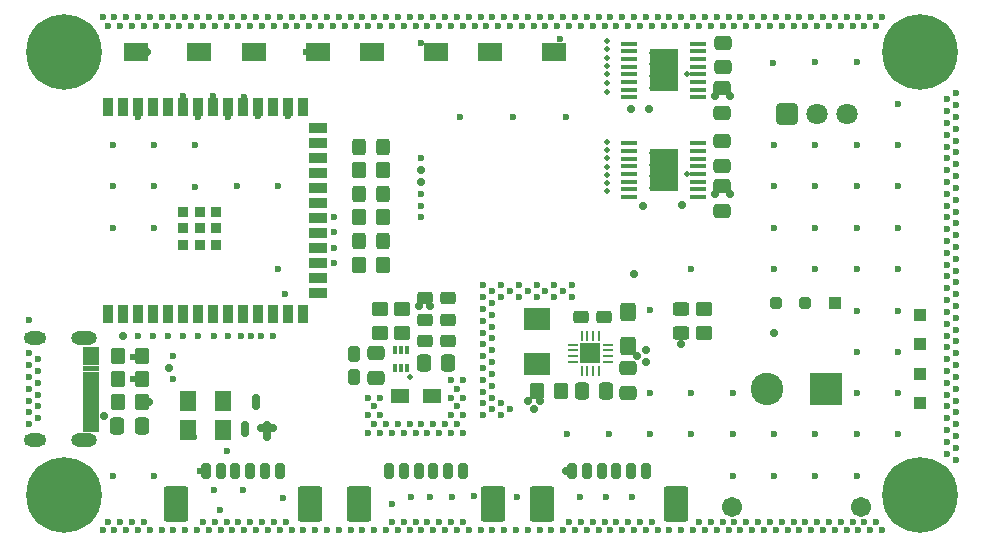
<source format=gts>
G04 #@! TF.GenerationSoftware,KiCad,Pcbnew,8.0.4*
G04 #@! TF.CreationDate,2024-09-30T21:52:52+02:00*
G04 #@! TF.ProjectId,SUMEC_MK_IV,53554d45-435f-44d4-9b5f-49562e6b6963,v2.1.1*
G04 #@! TF.SameCoordinates,Original*
G04 #@! TF.FileFunction,Soldermask,Top*
G04 #@! TF.FilePolarity,Negative*
%FSLAX46Y46*%
G04 Gerber Fmt 4.6, Leading zero omitted, Abs format (unit mm)*
G04 Created by KiCad (PCBNEW 8.0.4) date 2024-09-30 21:52:52*
%MOMM*%
%LPD*%
G01*
G04 APERTURE LIST*
G04 Aperture macros list*
%AMRoundRect*
0 Rectangle with rounded corners*
0 $1 Rounding radius*
0 $2 $3 $4 $5 $6 $7 $8 $9 X,Y pos of 4 corners*
0 Add a 4 corners polygon primitive as box body*
4,1,4,$2,$3,$4,$5,$6,$7,$8,$9,$2,$3,0*
0 Add four circle primitives for the rounded corners*
1,1,$1+$1,$2,$3*
1,1,$1+$1,$4,$5*
1,1,$1+$1,$6,$7*
1,1,$1+$1,$8,$9*
0 Add four rect primitives between the rounded corners*
20,1,$1+$1,$2,$3,$4,$5,0*
20,1,$1+$1,$4,$5,$6,$7,0*
20,1,$1+$1,$6,$7,$8,$9,0*
20,1,$1+$1,$8,$9,$2,$3,0*%
G04 Aperture macros list end*
%ADD10C,0.010000*%
%ADD11RoundRect,0.250000X-0.450000X0.350000X-0.450000X-0.350000X0.450000X-0.350000X0.450000X0.350000X0*%
%ADD12RoundRect,0.062500X-0.350000X-0.062500X0.350000X-0.062500X0.350000X0.062500X-0.350000X0.062500X0*%
%ADD13RoundRect,0.062500X-0.062500X-0.350000X0.062500X-0.350000X0.062500X0.350000X-0.062500X0.350000X0*%
%ADD14R,1.680000X1.680000*%
%ADD15RoundRect,0.200000X-0.200000X-0.450000X0.200000X-0.450000X0.200000X0.450000X-0.200000X0.450000X0*%
%ADD16RoundRect,0.250001X-0.799999X-1.249999X0.799999X-1.249999X0.799999X1.249999X-0.799999X1.249999X0*%
%ADD17R,1.475000X0.450000*%
%ADD18R,2.460000X3.550000*%
%ADD19C,0.500000*%
%ADD20R,1.000000X1.000000*%
%ADD21RoundRect,0.250000X-0.250000X0.250000X-0.250000X-0.250000X0.250000X-0.250000X0.250000X0.250000X0*%
%ADD22C,0.800000*%
%ADD23C,6.400000*%
%ADD24RoundRect,0.250000X-0.337500X-0.475000X0.337500X-0.475000X0.337500X0.475000X-0.337500X0.475000X0*%
%ADD25RoundRect,0.250000X0.475000X-0.337500X0.475000X0.337500X-0.475000X0.337500X-0.475000X-0.337500X0*%
%ADD26RoundRect,0.250001X-0.462499X-0.624999X0.462499X-0.624999X0.462499X0.624999X-0.462499X0.624999X0*%
%ADD27C,2.754000*%
%ADD28RoundRect,0.102000X1.275000X1.275000X-1.275000X1.275000X-1.275000X-1.275000X1.275000X-1.275000X0*%
%ADD29C,1.712000*%
%ADD30RoundRect,0.250000X-0.475000X0.337500X-0.475000X-0.337500X0.475000X-0.337500X0.475000X0.337500X0*%
%ADD31RoundRect,0.250200X-0.649800X-0.649800X0.649800X-0.649800X0.649800X0.649800X-0.649800X0.649800X0*%
%ADD32C,1.800000*%
%ADD33RoundRect,0.250000X-0.350000X-0.450000X0.350000X-0.450000X0.350000X0.450000X-0.350000X0.450000X0*%
%ADD34RoundRect,0.150000X0.150000X-0.512500X0.150000X0.512500X-0.150000X0.512500X-0.150000X-0.512500X0*%
%ADD35R,2.000000X1.600000*%
%ADD36RoundRect,0.250000X-0.450000X0.325000X-0.450000X-0.325000X0.450000X-0.325000X0.450000X0.325000X0*%
%ADD37RoundRect,0.250000X-0.400000X-0.275000X0.400000X-0.275000X0.400000X0.275000X-0.400000X0.275000X0*%
%ADD38O,2.204000X1.104000*%
%ADD39O,1.904000X1.104000*%
%ADD40RoundRect,0.250000X0.325000X0.450000X-0.325000X0.450000X-0.325000X-0.450000X0.325000X-0.450000X0*%
%ADD41RoundRect,0.250000X0.425000X-0.537500X0.425000X0.537500X-0.425000X0.537500X-0.425000X-0.537500X0*%
%ADD42R,0.900000X1.500000*%
%ADD43R,1.500000X0.900000*%
%ADD44R,0.900000X0.900000*%
%ADD45RoundRect,0.085000X0.085000X-0.265000X0.085000X0.265000X-0.085000X0.265000X-0.085000X-0.265000X0*%
%ADD46RoundRect,0.250000X0.350000X0.450000X-0.350000X0.450000X-0.350000X-0.450000X0.350000X-0.450000X0*%
%ADD47RoundRect,0.250000X0.450000X-0.350000X0.450000X0.350000X-0.450000X0.350000X-0.450000X-0.350000X0*%
%ADD48RoundRect,0.250000X0.337500X0.475000X-0.337500X0.475000X-0.337500X-0.475000X0.337500X-0.475000X0*%
%ADD49R,2.286000X1.854500*%
%ADD50R,1.500000X1.200000*%
%ADD51RoundRect,0.250000X0.275000X-0.400000X0.275000X0.400000X-0.275000X0.400000X-0.275000X-0.400000X0*%
%ADD52C,0.600000*%
%ADD53C,0.700000*%
G04 APERTURE END LIST*
D10*
X108870000Y-110650000D02*
X107630000Y-110650000D01*
X107630000Y-109950000D01*
X108870000Y-109950000D01*
X108870000Y-110650000D01*
G36*
X108870000Y-110650000D02*
G01*
X107630000Y-110650000D01*
X107630000Y-109950000D01*
X108870000Y-109950000D01*
X108870000Y-110650000D01*
G37*
X108870000Y-111450000D02*
X107630000Y-111450000D01*
X107630000Y-110750000D01*
X108870000Y-110750000D01*
X108870000Y-111450000D01*
G36*
X108870000Y-111450000D02*
G01*
X107630000Y-111450000D01*
X107630000Y-110750000D01*
X108870000Y-110750000D01*
X108870000Y-111450000D01*
G37*
X108870000Y-111950000D02*
X107630000Y-111950000D01*
X107630000Y-111550000D01*
X108870000Y-111550000D01*
X108870000Y-111950000D01*
G36*
X108870000Y-111950000D02*
G01*
X107630000Y-111950000D01*
X107630000Y-111550000D01*
X108870000Y-111550000D01*
X108870000Y-111950000D01*
G37*
X108870000Y-112450000D02*
X107630000Y-112450000D01*
X107630000Y-112050000D01*
X108870000Y-112050000D01*
X108870000Y-112450000D01*
G36*
X108870000Y-112450000D02*
G01*
X107630000Y-112450000D01*
X107630000Y-112050000D01*
X108870000Y-112050000D01*
X108870000Y-112450000D01*
G37*
X108870000Y-112950000D02*
X107630000Y-112950000D01*
X107630000Y-112550000D01*
X108870000Y-112550000D01*
X108870000Y-112950000D01*
G36*
X108870000Y-112950000D02*
G01*
X107630000Y-112950000D01*
X107630000Y-112550000D01*
X108870000Y-112550000D01*
X108870000Y-112950000D01*
G37*
X108870000Y-113450000D02*
X107630000Y-113450000D01*
X107630000Y-113050000D01*
X108870000Y-113050000D01*
X108870000Y-113450000D01*
G36*
X108870000Y-113450000D02*
G01*
X107630000Y-113450000D01*
X107630000Y-113050000D01*
X108870000Y-113050000D01*
X108870000Y-113450000D01*
G37*
X108870000Y-113950000D02*
X107630000Y-113950000D01*
X107630000Y-113550000D01*
X108870000Y-113550000D01*
X108870000Y-113950000D01*
G36*
X108870000Y-113950000D02*
G01*
X107630000Y-113950000D01*
X107630000Y-113550000D01*
X108870000Y-113550000D01*
X108870000Y-113950000D01*
G37*
X108870000Y-114450000D02*
X107630000Y-114450000D01*
X107630000Y-114050000D01*
X108870000Y-114050000D01*
X108870000Y-114450000D01*
G36*
X108870000Y-114450000D02*
G01*
X107630000Y-114450000D01*
X107630000Y-114050000D01*
X108870000Y-114050000D01*
X108870000Y-114450000D01*
G37*
X108870000Y-114950000D02*
X107630000Y-114950000D01*
X107630000Y-114550000D01*
X108870000Y-114550000D01*
X108870000Y-114950000D01*
G36*
X108870000Y-114950000D02*
G01*
X107630000Y-114950000D01*
X107630000Y-114550000D01*
X108870000Y-114550000D01*
X108870000Y-114950000D01*
G37*
X108870000Y-115450000D02*
X107630000Y-115450000D01*
X107630000Y-115050000D01*
X108870000Y-115050000D01*
X108870000Y-115450000D01*
G36*
X108870000Y-115450000D02*
G01*
X107630000Y-115450000D01*
X107630000Y-115050000D01*
X108870000Y-115050000D01*
X108870000Y-115450000D01*
G37*
X108870000Y-116250000D02*
X107630000Y-116250000D01*
X107630000Y-115550000D01*
X108870000Y-115550000D01*
X108870000Y-116250000D01*
G36*
X108870000Y-116250000D02*
G01*
X107630000Y-116250000D01*
X107630000Y-115550000D01*
X108870000Y-115550000D01*
X108870000Y-116250000D01*
G37*
X108870000Y-117050000D02*
X107630000Y-117050000D01*
X107630000Y-116350000D01*
X108870000Y-116350000D01*
X108870000Y-117050000D01*
G36*
X108870000Y-117050000D02*
G01*
X107630000Y-117050000D01*
X107630000Y-116350000D01*
X108870000Y-116350000D01*
X108870000Y-117050000D01*
G37*
D11*
X160150000Y-106750000D03*
X160150000Y-108750000D03*
D12*
X149087500Y-109762500D03*
X149087500Y-110262500D03*
X149087500Y-110762500D03*
X149087500Y-111262500D03*
D13*
X149800000Y-111975000D03*
X150300000Y-111975000D03*
X150800000Y-111975000D03*
X151300000Y-111975000D03*
D12*
X152012500Y-111262500D03*
X152012500Y-110762500D03*
X152012500Y-110262500D03*
X152012500Y-109762500D03*
D13*
X151300000Y-109050000D03*
X150800000Y-109050000D03*
X150300000Y-109050000D03*
X149800000Y-109050000D03*
D14*
X150550000Y-110512500D03*
D15*
X118000000Y-120500000D03*
X119250000Y-120500000D03*
X120500000Y-120500000D03*
X121750000Y-120500000D03*
X123000000Y-120500000D03*
X124250000Y-120500000D03*
D16*
X115450000Y-123250000D03*
X126800000Y-123250000D03*
D17*
X153812000Y-84275000D03*
X153812000Y-84925000D03*
X153812000Y-85575000D03*
X153812000Y-86225000D03*
X153812000Y-86875000D03*
X153812000Y-87525000D03*
X153812000Y-88175000D03*
X153812000Y-88825000D03*
X159688000Y-88825000D03*
X159688000Y-88175000D03*
X159688000Y-87525000D03*
X159688000Y-86875000D03*
X159688000Y-86225000D03*
X159688000Y-85575000D03*
X159688000Y-84925000D03*
X159688000Y-84275000D03*
D18*
X156750000Y-86550000D03*
D15*
X133500000Y-120500000D03*
X134750000Y-120500000D03*
X136000000Y-120500000D03*
X137250000Y-120500000D03*
X138500000Y-120500000D03*
X139750000Y-120500000D03*
D16*
X130950000Y-123250000D03*
X142300000Y-123250000D03*
D19*
X157750000Y-86050000D03*
X155750000Y-85050000D03*
X157750000Y-94550000D03*
D20*
X171250000Y-106250000D03*
D21*
X168750000Y-106250000D03*
X166250000Y-106250000D03*
D19*
X155750000Y-88000000D03*
X156750000Y-93550000D03*
D22*
X176100000Y-85000000D03*
X176802944Y-83302944D03*
X176802944Y-86697056D03*
X178500000Y-82600000D03*
D23*
X178500000Y-85000000D03*
D22*
X178500000Y-87400000D03*
X180197056Y-83302944D03*
X180197056Y-86697056D03*
X180900000Y-85000000D03*
D19*
X156750000Y-88000000D03*
D24*
X149812500Y-113712500D03*
X151887500Y-113712500D03*
D11*
X134600000Y-106750000D03*
X134600000Y-108750000D03*
D25*
X132400000Y-112587500D03*
X132400000Y-110512500D03*
D19*
X155750000Y-93550000D03*
X156750000Y-96500000D03*
D17*
X153812000Y-92725000D03*
X153812000Y-93375000D03*
X153812000Y-94025000D03*
X153812000Y-94675000D03*
X153812000Y-95325000D03*
X153812000Y-95975000D03*
X153812000Y-96625000D03*
X153812000Y-97275000D03*
X159688000Y-97275000D03*
X159688000Y-96625000D03*
X159688000Y-95975000D03*
X159688000Y-95325000D03*
X159688000Y-94675000D03*
X159688000Y-94025000D03*
X159688000Y-93375000D03*
X159688000Y-92725000D03*
D18*
X156750000Y-95000000D03*
D26*
X116512500Y-117000000D03*
X119487500Y-117000000D03*
D27*
X165500000Y-113500000D03*
D28*
X170500000Y-113500000D03*
D29*
X162500000Y-123500000D03*
X173500000Y-123500000D03*
D30*
X153750000Y-111775000D03*
X153750000Y-113850000D03*
D19*
X155750000Y-94550000D03*
D31*
X167210000Y-90250000D03*
D32*
X169750000Y-90250000D03*
X172290000Y-90250000D03*
D25*
X161700000Y-98437500D03*
X161700000Y-96362500D03*
D33*
X110550000Y-110750000D03*
X112550000Y-110750000D03*
D34*
X121300000Y-116887500D03*
X123200000Y-116887500D03*
X122250000Y-114612500D03*
D19*
X156750000Y-87000000D03*
D30*
X161750000Y-84225000D03*
X161750000Y-86300000D03*
D35*
X137450000Y-85000000D03*
X132050000Y-85000000D03*
D36*
X158250000Y-106725000D03*
X158250000Y-108775000D03*
D19*
X157750000Y-85050000D03*
X156750000Y-86050000D03*
D35*
X147450000Y-85000000D03*
X142050000Y-85000000D03*
D33*
X131000000Y-103000000D03*
X133000000Y-103000000D03*
D37*
X149775000Y-107450000D03*
X151725000Y-107450000D03*
D19*
X157750000Y-95500000D03*
X157750000Y-96500000D03*
D38*
X107670000Y-109175000D03*
X107670000Y-117825000D03*
D39*
X103500000Y-109175000D03*
X103500000Y-117825000D03*
D19*
X157750000Y-93550000D03*
D26*
X116512500Y-114565000D03*
X119487500Y-114565000D03*
D37*
X136525000Y-105850000D03*
X138475000Y-105850000D03*
D33*
X146050000Y-113700000D03*
X148050000Y-113700000D03*
D15*
X149000000Y-120500000D03*
X150250000Y-120500000D03*
X151500000Y-120500000D03*
X152750000Y-120500000D03*
X154000000Y-120500000D03*
X155250000Y-120500000D03*
D16*
X146450000Y-123250000D03*
X157800000Y-123250000D03*
D33*
X110550000Y-112700000D03*
X112550000Y-112700000D03*
D40*
X133025000Y-93000000D03*
X130975000Y-93000000D03*
D25*
X161700000Y-90150000D03*
X161700000Y-88075000D03*
D35*
X117450000Y-85000000D03*
X112050000Y-85000000D03*
D19*
X156750000Y-95500000D03*
D41*
X153750000Y-109850000D03*
X153750000Y-106975000D03*
D35*
X122050000Y-85000000D03*
X127450000Y-85000000D03*
D20*
X178500000Y-107250000D03*
D24*
X136462500Y-111350000D03*
X138537500Y-111350000D03*
D42*
X109740000Y-107150000D03*
X111010000Y-107150000D03*
X112280000Y-107150000D03*
X113550000Y-107150000D03*
X114820000Y-107150000D03*
X116090000Y-107150000D03*
X117360000Y-107150000D03*
X118630000Y-107150000D03*
X119900000Y-107150000D03*
X121170000Y-107150000D03*
X122440000Y-107150000D03*
X123710000Y-107150000D03*
X124980000Y-107150000D03*
X126250000Y-107150000D03*
D43*
X127500000Y-105385000D03*
X127500000Y-104115000D03*
X127500000Y-102845000D03*
X127500000Y-101575000D03*
X127500000Y-100305000D03*
X127500000Y-99035000D03*
X127500000Y-97765000D03*
X127500000Y-96495000D03*
X127500000Y-95225000D03*
X127500000Y-93955000D03*
X127500000Y-92685000D03*
X127500000Y-91415000D03*
D42*
X126250000Y-89650000D03*
X124980000Y-89650000D03*
X123710000Y-89650000D03*
X122440000Y-89650000D03*
X121170000Y-89650000D03*
X119900000Y-89650000D03*
X118630000Y-89650000D03*
X117360000Y-89650000D03*
X116090000Y-89650000D03*
X114820000Y-89650000D03*
X113550000Y-89650000D03*
X112280000Y-89650000D03*
X111010000Y-89650000D03*
X109740000Y-89650000D03*
D44*
X116060000Y-101300000D03*
X117460000Y-101300000D03*
X118860000Y-101300000D03*
X118860000Y-101300000D03*
X116060000Y-99900000D03*
X116060000Y-99900000D03*
X117460000Y-99900000D03*
X118860000Y-99900000D03*
X116060000Y-98500000D03*
X117460000Y-98500000D03*
X118860000Y-98500000D03*
D19*
X156750000Y-94550000D03*
D33*
X131000000Y-99000000D03*
X133000000Y-99000000D03*
D37*
X136525000Y-107650000D03*
X138475000Y-107650000D03*
D40*
X133025000Y-101000000D03*
X130975000Y-101000000D03*
D33*
X131000000Y-95000000D03*
X133000000Y-95000000D03*
D22*
X103600000Y-85000000D03*
X104302944Y-83302944D03*
X104302944Y-86697056D03*
X106000000Y-82600000D03*
D23*
X106000000Y-85000000D03*
D22*
X106000000Y-87400000D03*
X107697056Y-83302944D03*
X107697056Y-86697056D03*
X108400000Y-85000000D03*
D20*
X178500000Y-109750000D03*
X178500000Y-114750000D03*
D19*
X155750000Y-95500000D03*
D45*
X134000000Y-111750000D03*
X134500000Y-111750000D03*
X135000000Y-111750000D03*
X135000000Y-110250000D03*
X134500000Y-110250000D03*
X134000000Y-110250000D03*
D46*
X112550000Y-114650000D03*
X110550000Y-114650000D03*
D37*
X136525000Y-109450000D03*
X138475000Y-109450000D03*
D19*
X157750000Y-88000000D03*
D30*
X161700000Y-92562500D03*
X161700000Y-94637500D03*
D47*
X132700000Y-108750000D03*
X132700000Y-106750000D03*
D19*
X155750000Y-87000000D03*
D20*
X178500000Y-112250000D03*
D22*
X103600000Y-122500000D03*
X104302944Y-120802944D03*
X104302944Y-124197056D03*
X106000000Y-120100000D03*
D23*
X106000000Y-122500000D03*
D22*
X106000000Y-124900000D03*
X107697056Y-120802944D03*
X107697056Y-124197056D03*
X108400000Y-122500000D03*
D19*
X156750000Y-85050000D03*
X155750000Y-86050000D03*
D48*
X112587500Y-116650000D03*
X110512500Y-116650000D03*
D19*
X157750000Y-87000000D03*
D49*
X146050000Y-111392250D03*
X146050000Y-107607750D03*
D19*
X155750000Y-96500000D03*
D22*
X176100000Y-122500000D03*
X176802944Y-120802944D03*
X176802944Y-124197056D03*
X178500000Y-120100000D03*
D23*
X178500000Y-122500000D03*
D22*
X178500000Y-124900000D03*
X180197056Y-120802944D03*
X180197056Y-124197056D03*
X180900000Y-122500000D03*
D50*
X134412500Y-114150000D03*
X137112500Y-114150000D03*
D51*
X130500000Y-112525000D03*
X130500000Y-110575000D03*
D40*
X133025000Y-97000000D03*
X130975000Y-97000000D03*
D52*
X124700000Y-105500000D03*
D53*
X166100000Y-108750000D03*
D52*
X176600000Y-106900000D03*
X176600000Y-110400000D03*
X176600000Y-113900000D03*
X173100000Y-113900000D03*
X173100000Y-110400000D03*
X173100000Y-106900000D03*
X173100000Y-103400000D03*
X166100000Y-99900000D03*
X169600000Y-99900000D03*
X116950000Y-117600000D03*
X117500000Y-120450000D03*
D53*
X133500000Y-120500000D03*
X148500000Y-120450000D03*
D52*
X116075000Y-117600000D03*
X167750000Y-124750000D03*
X150250000Y-125500000D03*
X136250000Y-94000000D03*
X143750000Y-105250000D03*
X146750000Y-82750000D03*
X173250000Y-125500000D03*
X111250000Y-125500000D03*
X181500000Y-91500000D03*
X173250000Y-82000000D03*
X157250000Y-125500000D03*
X142250000Y-110250000D03*
X109250000Y-125500000D03*
X147500000Y-104750000D03*
X132750000Y-115750000D03*
X136250000Y-125500000D03*
X109750000Y-124750000D03*
X134250000Y-82000000D03*
X168750000Y-82750000D03*
X112250000Y-82000000D03*
X138750000Y-117250000D03*
X161250000Y-125500000D03*
X142250000Y-82000000D03*
X131250000Y-82000000D03*
X134750000Y-124750000D03*
X132250000Y-116500000D03*
X142250000Y-112250000D03*
X136250000Y-116500000D03*
X139250000Y-82000000D03*
X153250000Y-82000000D03*
X143000000Y-114750000D03*
X141500000Y-109750000D03*
X109250000Y-82000000D03*
X103000000Y-107700000D03*
X160750000Y-82750000D03*
X124250000Y-82000000D03*
X132750000Y-82750000D03*
X131250000Y-125500000D03*
X161750000Y-124750000D03*
X114250000Y-82000000D03*
X117750000Y-82750000D03*
X119250000Y-125500000D03*
X141500000Y-106750000D03*
X143750000Y-82750000D03*
X180750000Y-97000000D03*
X144500000Y-104750000D03*
X149000000Y-104750000D03*
X172750000Y-124750000D03*
X155750000Y-124750000D03*
X169750000Y-124750000D03*
X111750000Y-82750000D03*
D19*
X135250000Y-112500000D03*
D52*
X165750000Y-124750000D03*
X168250000Y-125500000D03*
X142250000Y-125500000D03*
X113250000Y-125500000D03*
X144250000Y-82000000D03*
X126250000Y-125500000D03*
X103750000Y-114000000D03*
X174750000Y-82750000D03*
X169250000Y-125500000D03*
X125750000Y-82750000D03*
X150750000Y-82750000D03*
X181500000Y-96500000D03*
X141250000Y-82000000D03*
X157250000Y-82000000D03*
X164750000Y-82750000D03*
X151750000Y-82750000D03*
X147250000Y-125500000D03*
X147250000Y-82000000D03*
X145750000Y-82750000D03*
X137250000Y-125500000D03*
X181500000Y-100500000D03*
X139250000Y-125500000D03*
X120250000Y-125500000D03*
X111750000Y-124750000D03*
X181500000Y-113500000D03*
X180750000Y-113000000D03*
X103000000Y-113500000D03*
X154750000Y-82750000D03*
X144750000Y-82750000D03*
X137250000Y-82000000D03*
X129250000Y-125500000D03*
X181500000Y-108500000D03*
X117250000Y-82000000D03*
X140250000Y-82000000D03*
X170250000Y-82000000D03*
X134250000Y-116500000D03*
X162750000Y-124750000D03*
X180750000Y-119000000D03*
X180750000Y-106000000D03*
X180750000Y-109000000D03*
X113250000Y-82000000D03*
X117750000Y-124750000D03*
X180750000Y-99000000D03*
X149000000Y-105750000D03*
X128750000Y-82750000D03*
X123250000Y-125500000D03*
X130250000Y-125500000D03*
X163750000Y-124750000D03*
X152250000Y-125500000D03*
X181500000Y-104500000D03*
X181500000Y-92500000D03*
X158250000Y-82000000D03*
X141750000Y-82750000D03*
X143000000Y-115750000D03*
X161250000Y-82000000D03*
X151250000Y-82000000D03*
X172750000Y-82750000D03*
X159250000Y-125500000D03*
X170250000Y-125500000D03*
X127250000Y-82000000D03*
X137750000Y-124750000D03*
X181500000Y-109500000D03*
X156250000Y-125500000D03*
X143000000Y-104750000D03*
X128250000Y-125500000D03*
X146250000Y-82000000D03*
X141500000Y-107750000D03*
X171250000Y-125500000D03*
X180750000Y-107000000D03*
X111250000Y-82000000D03*
X141500000Y-113750000D03*
X181500000Y-98500000D03*
X149750000Y-124750000D03*
X141500000Y-114750000D03*
X180750000Y-116000000D03*
X151250000Y-125500000D03*
X173750000Y-82750000D03*
X174750000Y-124750000D03*
X142250000Y-106250000D03*
X153750000Y-82750000D03*
X181500000Y-105500000D03*
X180750000Y-102000000D03*
X180750000Y-93000000D03*
X124250000Y-125500000D03*
X180750000Y-111000000D03*
X180750000Y-103000000D03*
X146250000Y-125500000D03*
X132750000Y-117250000D03*
X180750000Y-101000000D03*
X103000000Y-115500000D03*
X127750000Y-82750000D03*
X136750000Y-82750000D03*
X180750000Y-90000000D03*
X143750000Y-115250000D03*
X152250000Y-82000000D03*
X133750000Y-124750000D03*
X139250000Y-113500000D03*
X121800000Y-109000000D03*
X138750000Y-114250000D03*
X138250000Y-116500000D03*
X138750000Y-82750000D03*
X142250000Y-105250000D03*
X181500000Y-106500000D03*
X162250000Y-125500000D03*
X114250000Y-125500000D03*
X159750000Y-82750000D03*
X143250000Y-82000000D03*
X103000000Y-116500000D03*
X180750000Y-117000000D03*
X124750000Y-82750000D03*
X139750000Y-82750000D03*
X119750000Y-118750000D03*
X180750000Y-100000000D03*
X181500000Y-97500000D03*
X156250000Y-82000000D03*
X181500000Y-111500000D03*
X154250000Y-125500000D03*
X143250000Y-125500000D03*
X103000000Y-112500000D03*
X142250000Y-113250000D03*
X138250000Y-125500000D03*
X145250000Y-82000000D03*
X132250000Y-125500000D03*
X135750000Y-82750000D03*
X144500000Y-105750000D03*
X136750000Y-117250000D03*
X130250000Y-82000000D03*
X171750000Y-124750000D03*
X155250000Y-82000000D03*
X153750000Y-124750000D03*
X175250000Y-125500000D03*
X151750000Y-124750000D03*
X135250000Y-125500000D03*
X170750000Y-124750000D03*
X170750000Y-82750000D03*
X146750000Y-105250000D03*
X115750000Y-82750000D03*
X180750000Y-104000000D03*
X181500000Y-114500000D03*
X103000000Y-114500000D03*
X116250000Y-82000000D03*
X133250000Y-116500000D03*
X114750000Y-82750000D03*
X180750000Y-118000000D03*
X103000000Y-111500000D03*
X121750000Y-124750000D03*
X174250000Y-82000000D03*
X166750000Y-124750000D03*
X138800000Y-122650000D03*
X152750000Y-124750000D03*
X164250000Y-125500000D03*
X171250000Y-82000000D03*
X180750000Y-112000000D03*
X181500000Y-93500000D03*
X135750000Y-117250000D03*
X118250000Y-82000000D03*
X103750000Y-115000000D03*
X155750000Y-82750000D03*
X168250000Y-82000000D03*
X103750000Y-112000000D03*
X163250000Y-125500000D03*
X136750000Y-124750000D03*
X181500000Y-88500000D03*
X134750000Y-117250000D03*
X167250000Y-82000000D03*
X103000000Y-110500000D03*
X131750000Y-117250000D03*
X146000000Y-104750000D03*
X132250000Y-82000000D03*
X141500000Y-108750000D03*
X116250000Y-125500000D03*
X135250000Y-82000000D03*
X181500000Y-94500000D03*
X180750000Y-95000000D03*
X155250000Y-125500000D03*
X181500000Y-107500000D03*
X138750000Y-112750000D03*
X166750000Y-82750000D03*
X103750000Y-111000000D03*
X119250000Y-82000000D03*
X180750000Y-91000000D03*
X158750000Y-82750000D03*
X139750000Y-124750000D03*
X135750000Y-124750000D03*
X103750000Y-116000000D03*
X161750000Y-82750000D03*
X156750000Y-82750000D03*
X181500000Y-103500000D03*
X138750000Y-124750000D03*
X160250000Y-125500000D03*
X150250000Y-82000000D03*
X103750000Y-113000000D03*
X110250000Y-82000000D03*
X142250000Y-109250000D03*
X133250000Y-82000000D03*
X122750000Y-124750000D03*
X157750000Y-82750000D03*
X118750000Y-124750000D03*
X166250000Y-125500000D03*
X132750000Y-114250000D03*
X181500000Y-115500000D03*
X175250000Y-82000000D03*
X165250000Y-125500000D03*
X181500000Y-89500000D03*
X110750000Y-124750000D03*
X165250000Y-82000000D03*
X149250000Y-125500000D03*
X167250000Y-125500000D03*
X142250000Y-115250000D03*
X163250000Y-82000000D03*
X127250000Y-125500000D03*
X150750000Y-124750000D03*
X109750000Y-82750000D03*
X141500000Y-111750000D03*
X142250000Y-108250000D03*
X141500000Y-105750000D03*
X133250000Y-125500000D03*
X165750000Y-82750000D03*
X120750000Y-124750000D03*
X180750000Y-89000000D03*
X125250000Y-125500000D03*
X159250000Y-82000000D03*
X118250000Y-125500000D03*
X134250000Y-125500000D03*
X112250000Y-125500000D03*
X162250000Y-82000000D03*
X180750000Y-105000000D03*
X181500000Y-95500000D03*
X129750000Y-82750000D03*
X149750000Y-82750000D03*
X117250000Y-125500000D03*
X148250000Y-82000000D03*
X172250000Y-82000000D03*
X122750000Y-82750000D03*
X180750000Y-98000000D03*
X162750000Y-82750000D03*
X180750000Y-114000000D03*
X139750000Y-114250000D03*
X159750000Y-124750000D03*
X169250000Y-82000000D03*
X180750000Y-110000000D03*
X141500000Y-115750000D03*
X148750000Y-124750000D03*
X140250000Y-125500000D03*
X121750000Y-82750000D03*
X144250000Y-125500000D03*
X147750000Y-82750000D03*
X120750000Y-82750000D03*
X140750000Y-82750000D03*
X146000000Y-105750000D03*
X141500000Y-104750000D03*
X130750000Y-82750000D03*
X180750000Y-108000000D03*
X160750000Y-124750000D03*
X168750000Y-124750000D03*
X144338809Y-122661191D03*
X122250000Y-125500000D03*
X121250000Y-82000000D03*
X181500000Y-119500000D03*
X142750000Y-82750000D03*
X110250000Y-125500000D03*
X158250000Y-125500000D03*
X142250000Y-107250000D03*
X139250000Y-115000000D03*
X137750000Y-82750000D03*
X181500000Y-90500000D03*
X139750000Y-112750000D03*
X154750000Y-124750000D03*
X132250000Y-115000000D03*
X125250000Y-82000000D03*
X180750000Y-92000000D03*
X123250000Y-82000000D03*
X167750000Y-82750000D03*
X112750000Y-124750000D03*
X126250000Y-82000000D03*
X110750000Y-82750000D03*
X131750000Y-114250000D03*
X148500000Y-90500000D03*
X112750000Y-82750000D03*
X139750000Y-117250000D03*
X116750000Y-82750000D03*
X169750000Y-82750000D03*
X141500000Y-112750000D03*
X164750000Y-124750000D03*
X139750000Y-115750000D03*
X154250000Y-82000000D03*
X124750000Y-124750000D03*
X123750000Y-124750000D03*
X113750000Y-82750000D03*
X166250000Y-82000000D03*
X134750000Y-82750000D03*
X164250000Y-82000000D03*
X122250000Y-82000000D03*
X133750000Y-82750000D03*
X171750000Y-82750000D03*
X120250000Y-82000000D03*
X143000000Y-105750000D03*
X181500000Y-112500000D03*
X142250000Y-111250000D03*
X115250000Y-82000000D03*
X138250000Y-82000000D03*
X160250000Y-82000000D03*
X180750000Y-96000000D03*
X123750000Y-82750000D03*
X172250000Y-125500000D03*
X141250000Y-125500000D03*
X148250000Y-125500000D03*
X163750000Y-82750000D03*
X148250000Y-105250000D03*
X136250000Y-82000000D03*
X131750000Y-82750000D03*
X126750000Y-82750000D03*
X181500000Y-116500000D03*
X173750000Y-124750000D03*
X181500000Y-101500000D03*
X147500000Y-105750000D03*
X181500000Y-110500000D03*
X124500000Y-122750000D03*
X121250000Y-125500000D03*
X133750000Y-117250000D03*
X135250000Y-116500000D03*
X119750000Y-82750000D03*
X145250000Y-105250000D03*
X119750000Y-124750000D03*
X152750000Y-82750000D03*
X181500000Y-102500000D03*
X137250000Y-116500000D03*
X128250000Y-82000000D03*
X181500000Y-99500000D03*
X142250000Y-114250000D03*
X181500000Y-117500000D03*
X131750000Y-115750000D03*
X180750000Y-94000000D03*
X180750000Y-115000000D03*
X145250000Y-125500000D03*
X115250000Y-125500000D03*
X149250000Y-82000000D03*
X141500000Y-110750000D03*
X129250000Y-82000000D03*
X153250000Y-125500000D03*
X138750000Y-115750000D03*
X181500000Y-118500000D03*
X118750000Y-82750000D03*
X139250000Y-116500000D03*
X137750000Y-117250000D03*
X148750000Y-82750000D03*
X174250000Y-125500000D03*
D53*
X136000000Y-106500000D03*
D52*
X124100000Y-103400000D03*
X136250000Y-97000000D03*
D19*
X151952080Y-95399850D03*
D52*
X140659769Y-122621534D03*
X133724999Y-123250000D03*
X148000000Y-83933058D03*
D53*
X154250000Y-103750000D03*
X136500000Y-105750000D03*
D52*
X154050000Y-122700000D03*
X136250000Y-84250000D03*
X144000000Y-90500000D03*
X119200000Y-123750000D03*
D53*
X110950000Y-109000000D03*
X178500000Y-107250000D03*
D19*
X151937500Y-86881250D03*
D52*
X139500000Y-90500000D03*
D53*
X137000000Y-106500000D03*
X146250000Y-114500000D03*
X123700000Y-116800000D03*
X145250000Y-114500000D03*
X123200000Y-117550000D03*
X145750000Y-115250000D03*
X122700000Y-116800000D03*
D19*
X158750000Y-86875000D03*
X158761347Y-95325000D03*
D53*
X114850000Y-111750000D03*
X113150000Y-114650000D03*
X113000000Y-85000000D03*
D52*
X112250000Y-109000000D03*
X126500000Y-85000000D03*
D19*
X151937500Y-84781241D03*
D52*
X118630000Y-88750000D03*
X121200000Y-88800000D03*
D19*
X151937500Y-94000000D03*
X151937500Y-85481244D03*
D53*
X154000000Y-89850000D03*
D19*
X151937500Y-84081238D03*
D52*
X116100000Y-88750000D03*
D53*
X155500000Y-89850000D03*
D52*
X122450000Y-90450000D03*
D19*
X151937500Y-86181247D03*
X151937500Y-94700000D03*
X151937500Y-88350000D03*
X151937500Y-96800000D03*
D52*
X119900000Y-90500000D03*
D19*
X151937500Y-92599994D03*
D53*
X136250000Y-96000000D03*
X158312634Y-97979006D03*
X136250000Y-95000000D03*
X155000000Y-98000000D03*
D19*
X151937500Y-93299997D03*
D52*
X117350000Y-90500000D03*
X123700000Y-109000000D03*
X118650000Y-122100000D03*
X120950000Y-109000000D03*
X135337500Y-122662500D03*
X149650000Y-122700000D03*
X122700000Y-109000000D03*
X137000000Y-122675000D03*
X121100000Y-122100000D03*
X151850000Y-122700000D03*
X113507824Y-109000000D03*
X119900000Y-109000000D03*
X114750000Y-109000000D03*
X118650000Y-109000000D03*
X117350000Y-109000000D03*
X116100000Y-109000000D03*
X112250000Y-90500000D03*
X128850000Y-102850000D03*
X128850000Y-101550000D03*
D53*
X178500000Y-112250000D03*
D52*
X136250000Y-99000000D03*
X128850000Y-100250000D03*
X136250000Y-98000000D03*
X128850000Y-99000000D03*
D53*
X178500000Y-109750000D03*
D52*
X124950000Y-90450000D03*
D53*
X178500000Y-114750000D03*
D52*
X115200000Y-110750000D03*
X115200000Y-112700000D03*
X111800000Y-110800000D03*
X111800000Y-112700000D03*
D19*
X151937500Y-87581253D03*
X151943467Y-96100000D03*
D53*
X161087500Y-88750000D03*
X162337500Y-88750000D03*
X155250000Y-111250000D03*
X154500000Y-110750000D03*
X161087500Y-97000000D03*
X155250000Y-110250000D03*
X162337500Y-97000000D03*
X158250000Y-109750000D03*
X109362500Y-115850000D03*
D52*
X176594048Y-96378049D03*
X169594048Y-92878049D03*
X110094048Y-99878049D03*
X110094048Y-120878049D03*
X169594048Y-96378049D03*
X166094048Y-120878049D03*
X162594048Y-117378049D03*
X113594048Y-99878049D03*
X166094048Y-117378049D03*
X176594048Y-89378049D03*
X162594048Y-113878049D03*
X124094048Y-96378049D03*
X166094048Y-92878049D03*
X155594048Y-106878049D03*
X173094048Y-85878049D03*
X159094048Y-103378049D03*
X155594048Y-117378049D03*
X113600000Y-92850000D03*
X113600000Y-120900000D03*
X110100000Y-92900000D03*
X113600000Y-96350000D03*
X176600000Y-103400000D03*
X155594048Y-113878049D03*
X173100000Y-99900000D03*
X159094048Y-113878049D03*
X159094048Y-117378049D03*
X117094048Y-92878049D03*
X152094048Y-117378049D03*
X173094048Y-120878049D03*
X162594048Y-120878049D03*
X176594048Y-92878049D03*
X166050000Y-85900000D03*
X120594048Y-96378049D03*
X173094048Y-96378049D03*
X173094048Y-117378049D03*
X110094048Y-96378049D03*
X176600000Y-99900000D03*
X169594048Y-120878049D03*
X148594048Y-117378049D03*
X169594048Y-103378049D03*
X173094048Y-92878049D03*
X169594048Y-85878049D03*
X117100000Y-96400000D03*
X176594048Y-117378049D03*
X166094048Y-103378049D03*
X169594048Y-117378049D03*
X166094048Y-96378049D03*
M02*

</source>
